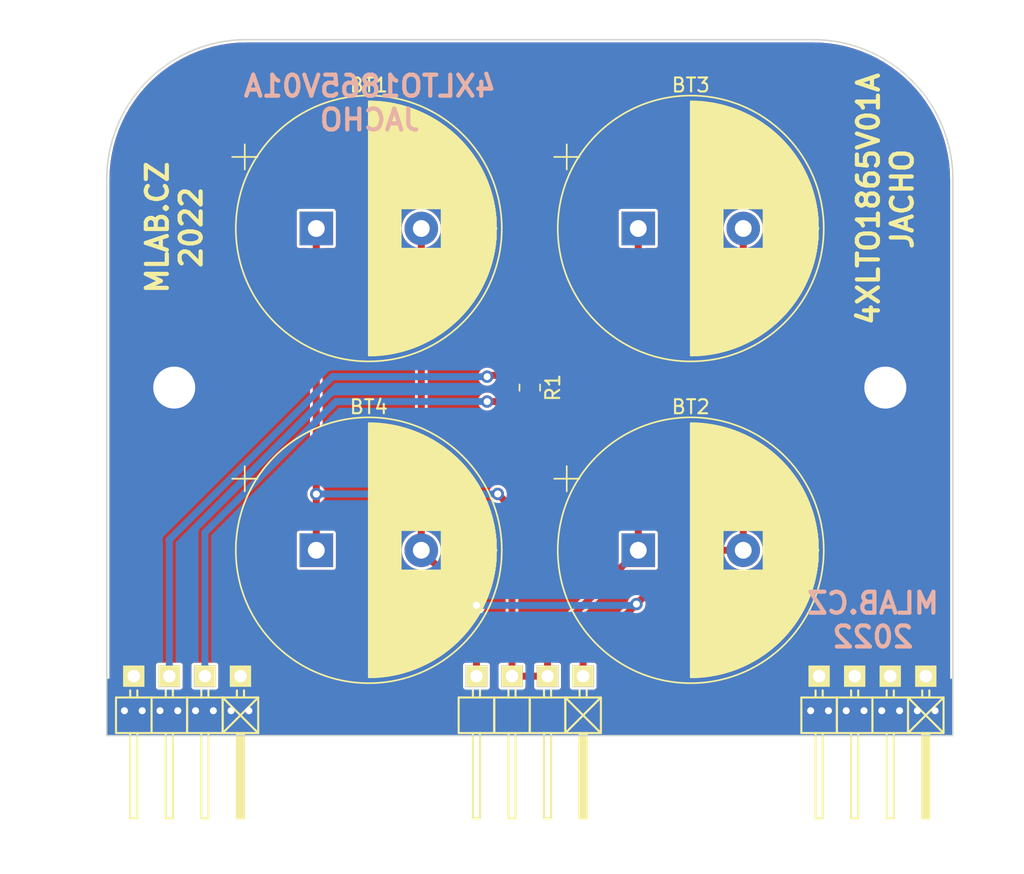
<source format=kicad_pcb>
(kicad_pcb (version 20211014) (generator pcbnew)
  (layers (0 "F.Cu" signal) (31 "B.Cu" signal) (34 "B.Paste" user) (35 "F.Paste" user) (36 "B.SilkS" user "B.Silkscreen") (37 "F.SilkS" user "F.Silkscreen") (38 "B.Mask" user) (39 "F.Mask" user) (44 "Edge.Cuts" user))
  (net 0 "")
  (net 1 "/Battery+")
  (net 2 "/Battery-")
  (net 3 "GND")
  (net 4 "Net-(J2-Pad2)")
  (net 5 "Net-(J2-Pad3)")
  (footprint "Mlab_Pin_Headers:Angled_1x04" (layer "F.Cu") (at 144.78 113.102 -90)
    (fp_text reference "J1" hide)
    (fp_text value "HEADER_2x04_PARALLEL" hide)
    (pad "1" thru_hole rect (at 0 -3.81 270) (size 1.524 1.524) (drill 0.889) (layers *.Cu *.Mask "F.SilkS") (net 2 "/Battery-"))
    (pad "2" thru_hole rect (at 0 -1.27 270) (size 1.524 1.524) (drill 0.889) (layers *.Cu *.Mask "F.SilkS") (net 1 "/Battery+"))
    (pad "3" thru_hole rect (at 0 1.27 270) (size 1.524 1.524) (drill 0.889) (layers *.Cu *.Mask "F.SilkS") (net 1 "/Battery+"))
    (pad "4" thru_hole rect (at 0 3.81 270) (size 1.524 1.524) (drill 0.889) (layers *.Cu *.Mask "F.SilkS") (net 2 "/Battery-"))
  )
  (footprint "Mlab_Pin_Headers:Angled_1x04" (layer "F.Cu") (at 120.3 113.102 -90)
    (fp_text reference "J2" hide)
    (fp_text value "HEADER_2x04_PARALLEL" hide)
    (pad "1" thru_hole rect (at 0 -3.81 270) (size 1.524 1.524) (drill 0.889) (layers *.Cu *.Mask "F.SilkS") (net 3 "GND"))
    (pad "2" thru_hole rect (at 0 -1.27 270) (size 1.524 1.524) (drill 0.889) (layers *.Cu *.Mask "F.SilkS") (net 4 "Net-(J2-Pad2)"))
    (pad "3" thru_hole rect (at 0 1.27 270) (size 1.524 1.524) (drill 0.889) (layers *.Cu *.Mask "F.SilkS") (net 5 "Net-(J2-Pad3)"))
    (pad "4" thru_hole rect (at 0 3.81 270) (size 1.524 1.524) (drill 0.889) (layers *.Cu *.Mask "F.SilkS") (net 3 "GND"))
  )
  (footprint "Mlab_Mechanical:MountingHole_3mm" (layer "F.Cu") (at 119.38 92.475)
    (fp_text reference "M1" hide)
    (fp_text value "HOLE" hide)
    (pad "1" thru_hole circle (at 0 0) (size 6 6) (drill 3) (layers *.Cu *.Mask) (net 3 "GND") (clearance 1))
  )
  (footprint "Mlab_Batery:LTO1865-13_D19.0mm_P7.50mm" (layer "F.Cu") (at 129.53 81.102)
    (fp_text reference "BT1" (at 3.75 -10.25) (layer "F.SilkS"))
    (fp_text value "LTO1865-13")
    (pad "1" thru_hole rect (at 0 0) (size 2.4 2.4) (drill 1.2) (layers *.Cu *.Mask) (net 1 "/Battery+"))
    (pad "2" thru_hole circle (at 7.5 0) (size 2.4 2.4) (drill 1.2) (layers *.Cu *.Mask) (net 2 "/Battery-"))
  )
  (footprint "Resistor_SMD:R_0805_2012Metric_Pad1.20x1.40mm_HandSolder" (layer "F.Cu") (at 144.78 92.475 -90)
    (fp_text reference "R1" (at 0 -1.65 90) (layer "F.SilkS"))
    (fp_text value "10K NTC")
    (pad "1" smd roundrect (at -1 0 270) (size 1.2 1.4) (layers "F.Cu" "F.Paste" "F.Mask") (roundrect_rratio 0.208333) (net 5 "Net-(J2-Pad3)"))
    (pad "2" smd roundrect (at 1 0 270) (size 1.2 1.4) (layers "F.Cu" "F.Paste" "F.Mask") (roundrect_rratio 0.208333) (net 4 "Net-(J2-Pad2)"))
  )
  (footprint "Mlab_Mechanical:MountingHole_3mm" (layer "F.Cu") (at 170.18 92.475)
    (fp_text reference "M2" hide)
    (fp_text value "HOLE" hide)
    (pad "1" thru_hole circle (at 0 0) (size 6 6) (drill 3) (layers *.Cu *.Mask) (net 3 "GND") (clearance 1))
  )
  (footprint "Mlab_Batery:LTO1865-13_D19.0mm_P7.50mm" (layer "F.Cu") (at 129.53 104.102)
    (fp_text reference "BT4" (at 3.75 -10.25) (layer "F.SilkS"))
    (fp_text value "LTO1865-13")
    (pad "1" thru_hole rect (at 0 0) (size 2.4 2.4) (drill 1.2) (layers *.Cu *.Mask) (net 1 "/Battery+"))
    (pad "2" thru_hole circle (at 7.5 0) (size 2.4 2.4) (drill 1.2) (layers *.Cu *.Mask) (net 2 "/Battery-"))
  )
  (footprint "Mlab_Batery:LTO1865-13_D19.0mm_P7.50mm" (layer "F.Cu") (at 152.53 81.102)
    (fp_text reference "BT3" (at 3.75 -10.25) (layer "F.SilkS"))
    (fp_text value "LTO1865-13")
    (pad "1" thru_hole rect (at 0 0) (size 2.4 2.4) (drill 1.2) (layers *.Cu *.Mask) (net 1 "/Battery+"))
    (pad "2" thru_hole circle (at 7.5 0) (size 2.4 2.4) (drill 1.2) (layers *.Cu *.Mask) (net 2 "/Battery-"))
  )
  (footprint "Mlab_Batery:LTO1865-13_D19.0mm_P7.50mm" (layer "F.Cu") (at 152.53 104.102)
    (fp_text reference "BT2" (at 3.75 -10.25) (layer "F.SilkS"))
    (fp_text value "LTO1865-13")
    (pad "1" thru_hole rect (at 0 0) (size 2.4 2.4) (drill 1.2) (layers *.Cu *.Mask) (net 1 "/Battery+"))
    (pad "2" thru_hole circle (at 7.5 0) (size 2.4 2.4) (drill 1.2) (layers *.Cu *.Mask) (net 2 "/Battery-"))
  )
  (footprint "Mlab_Pin_Headers:Angled_1x04" (layer "F.Cu") (at 169.26 113.102 -90)
    (fp_text reference "J3" hide)
    (fp_text value "HEADER_2x04_PARALLEL" hide)
    (pad "1" thru_hole rect (at 0 -3.81 270) (size 1.524 1.524) (drill 0.889) (layers *.Cu *.Mask "F.SilkS") (net 3 "GND"))
    (pad "2" thru_hole rect (at 0 -1.27 270) (size 1.524 1.524) (drill 0.889) (layers *.Cu *.Mask "F.SilkS") (net 3 "GND"))
    (pad "3" thru_hole rect (at 0 1.27 270) (size 1.524 1.524) (drill 0.889) (layers *.Cu *.Mask "F.SilkS") (net 3 "GND"))
    (pad "4" thru_hole rect (at 0 3.81 270) (size 1.524 1.524) (drill 0.889) (layers *.Cu *.Mask "F.SilkS") (net 3 "GND"))
  )
  (gr_line (start 124.554 67.602) (end 165.006 67.602) (layer "Edge.Cuts") (width 0.1))
  (gr_line (start 175.006 117.348) (end 175.006 77.602) (layer "Edge.Cuts") (width 0.1))
  (gr_line (start 114.554 77.602) (end 114.554 117.348) (layer "Edge.Cuts") (width 0.1))
  (gr_arc (start 165.006 67.602) (mid 172.077068 70.530932) (end 175.006 77.602) (layer "Edge.Cuts") (width 0.1))
  (gr_arc (start 114.554 77.602) (mid 117.482932 70.530932) (end 124.554 67.602) (layer "Edge.Cuts") (width 0.1))
  (gr_line (start 114.554 117.348) (end 175.006 117.348) (layer "Edge.Cuts") (width 0.1))
  (gr_text "4XLTO1865V01A\nJACHO" (at 133.35 72.136) (layer "B.SilkS") (effects (font (size 1.5 1.5) (thickness 0.3)) (justify mirror)))
  (gr_text "MLAB.CZ\n2022" (at 169.291 109.093) (layer "B.SilkS") (effects (font (size 1.5 1.5) (thickness 0.3)) (justify mirror)))
  (gr_text "MLAB.CZ\n2022" (at 119.38 81.026 90) (layer "F.SilkS") (effects (font (size 1.5 1.5) (thickness 0.3))))
  (gr_text "4XLTO1865V01A\nJACHO" (at 170.18 78.994 90) (layer "F.SilkS") (effects (font (size 1.5 1.5) (thickness 0.3))))
  (segment (start 146.05 113.102) (end 146.05 110.582) (width 0.5) (layer "F.Cu") (net 1))
  (segment (start 146.05 110.582) (end 152.53 104.102) (width 0.5) (layer "F.Cu") (net 1))
  (segment (start 129.53 104.102) (end 129.53 81.102) (width 0.5) (layer "F.Cu") (net 1))
  (segment (start 143.51 113.102) (end 146.05 113.102) (width 0.5) (layer "F.Cu") (net 1))
  (segment (start 152.53 104.102) (end 152.53 81.102) (width 0.5) (layer "F.Cu") (net 1))
  (segment (start 143.51 113.102) (end 143.51 101.092) (width 0.5) (layer "F.Cu") (net 1))
  (segment (start 143.51 101.092) (end 142.494 100.076) (width 0.5) (layer "F.Cu") (net 1))
  (via (at 129.53 100.086) (size 0.89) (drill 0.5) (layers "F.Cu" "B.Cu") (net 1))
  (via (at 142.494 100.076) (size 0.89) (drill 0.5) (layers "F.Cu" "B.Cu") (net 1))
  (segment (start 142.494 100.076) (end 129.54 100.076) (width 0.5) (layer "B.Cu") (net 1))
  (segment (start 148.59 111.76) (end 152.4 107.95) (width 0.5) (layer "F.Cu") (net 2))
  (segment (start 152.4 107.95) (end 156.248 104.102) (width 0.5) (layer "F.Cu") (net 2))
  (segment (start 148.59 113.102) (end 148.59 111.76) (width 0.5) (layer "F.Cu") (net 2))
  (segment (start 156.248 104.102) (end 160.03 104.102) (width 0.5) (layer "F.Cu") (net 2))
  (segment (start 160.03 104.102) (end 160.03 81.102) (width 0.5) (layer "F.Cu") (net 2))
  (segment (start 140.97 113.102) (end 140.97 108.042) (width 0.5) (layer "F.Cu") (net 2))
  (segment (start 140.97 108.042) (end 137.03 104.102) (width 0.5) (layer "F.Cu") (net 2))
  (segment (start 137.03 104.102) (end 137.03 81.102) (width 0.5) (layer "F.Cu") (net 2))
  (via (at 152.4 107.95) (size 0.89) (drill 0.5) (layers "F.Cu" "B.Cu") (net 2))
  (via (at 140.97 108.042) (size 0.89) (drill 0.5) (layers "F.Cu" "B.Cu") (net 2))
  (segment (start 152.308 108.042) (end 152.4 107.95) (width 0.5) (layer "B.Cu") (net 2))
  (segment (start 140.97 108.042) (end 152.308 108.042) (width 0.5) (layer "B.Cu") (net 2))
  (via (at 120.904 115.57) (size 0.9) (drill 0.5) (layers "F.Cu" "B.Cu") (net 3))
  (via (at 117.094 115.57) (size 0.9) (drill 0.5) (layers "F.Cu" "B.Cu") (net 3))
  (via (at 115.824 115.57) (size 0.9) (drill 0.5) (layers "F.Cu" "B.Cu") (net 3))
  (via (at 171.196 115.57) (size 0.9) (drill 0.5) (layers "F.Cu" "B.Cu") (net 3))
  (via (at 124.714 115.57) (size 0.9) (drill 0.5) (layers "F.Cu" "B.Cu") (net 3))
  (via (at 173.736 115.57) (size 0.9) (drill 0.5) (layers "F.Cu" "B.Cu") (net 3))
  (via (at 172.466 115.57) (size 0.9) (drill 0.5) (layers "F.Cu" "B.Cu") (net 3))
  (via (at 118.364 115.57) (size 0.9) (drill 0.5) (layers "F.Cu" "B.Cu") (net 3))
  (via (at 119.634 115.57) (size 0.9) (drill 0.5) (layers "F.Cu" "B.Cu") (net 3))
  (via (at 166.116 115.57) (size 0.9) (drill 0.5) (layers "F.Cu" "B.Cu") (net 3))
  (via (at 168.656 115.57) (size 0.9) (drill 0.5) (layers "F.Cu" "B.Cu") (net 3))
  (via (at 164.846 115.57) (size 0.9) (drill 0.5) (layers "F.Cu" "B.Cu") (net 3))
  (via (at 169.926 115.57) (size 0.9) (drill 0.5) (layers "F.Cu" "B.Cu") (net 3))
  (via (at 123.444 115.57) (size 0.9) (drill 0.5) (layers "F.Cu" "B.Cu") (net 3))
  (via (at 167.386 115.57) (size 0.9) (drill 0.5) (layers "F.Cu" "B.Cu") (net 3))
  (via (at 122.174 115.57) (size 0.9) (drill 0.5) (layers "F.Cu" "B.Cu") (net 3))
  (segment (start 144.65 93.472) (end 144.78 93.602) (width 0.5) (layer "F.Cu") (net 4))
  (segment (start 141.732 93.472) (end 144.65 93.472) (width 0.5) (layer "F.Cu") (net 4))
  (via (at 141.732 93.472) (size 0.89) (drill 0.5) (layers "F.Cu" "B.Cu") (net 4))
  (segment (start 130.937 93.472) (end 141.732 93.472) (width 0.5) (layer "B.Cu") (net 4))
  (segment (start 121.57 102.839) (end 130.937 93.472) (width 0.5) (layer "B.Cu") (net 4))
  (segment (start 121.57 113.102) (end 121.57 102.839) (width 0.5) (layer "B.Cu") (net 4))
  (segment (start 141.824 91.602) (end 141.732 91.694) (width 0.5) (layer "F.Cu") (net 5))
  (segment (start 144.78 91.602) (end 141.824 91.602) (width 0.5) (layer "F.Cu") (net 5))
  (via (at 141.732 91.694) (size 0.89) (drill 0.5) (layers "F.Cu" "B.Cu") (net 5))
  (segment (start 130.683 91.694) (end 118.999 103.378) (width 0.5) (layer "B.Cu") (net 5))
  (segment (start 141.732 91.694) (end 130.683 91.694) (width 0.5) (layer "B.Cu") (net 5))
  (segment (start 119.03 103.409) (end 119.03 113.102) (width 0.5) (layer "B.Cu") (net 5))
  (segment (start 118.999 103.378) (end 119.03 103.409) (width 0.5) (layer "B.Cu") (net 5))
  (zone (net 3) (net_name "GND") (layers F&B.Cu) (connect_pads yes (clearance 0.2)) (min_thickness 0.254) (fill yes (thermal_gap 0.508) (thermal_bridge_width 0.508))
    (polygon (pts (xy 179.578 122.174) (xy 108.712 127.254) (xy 106.934 64.77) (xy 180.086 64.77)))
  )
  (zone (net 3) (net_name "GND") (layer "B.Cu") (connect_pads yes (clearance 0.01)) (min_thickness 0.254) (fill yes (thermal_gap 0.508) (thermal_bridge_width 0.508))
    (polygon (pts (xy 178.816 122.174) (xy 108.966 124.968) (xy 108.712 113.284) (xy 178.562 113.284)))
  )
)
</source>
